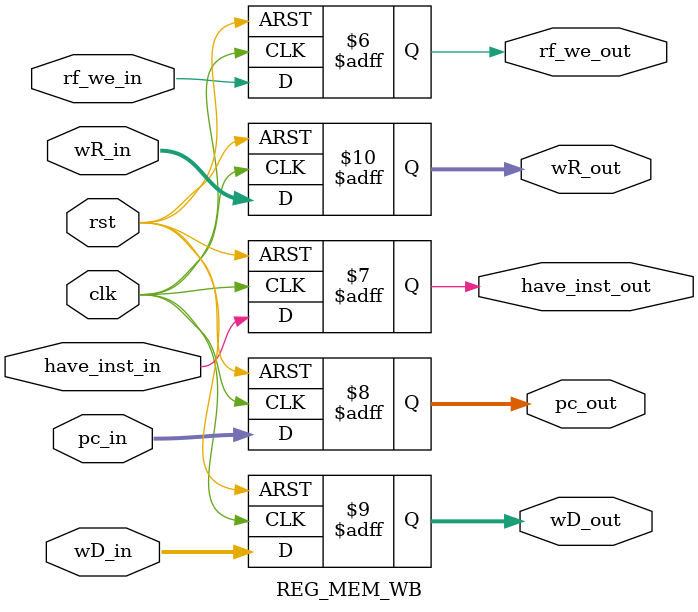
<source format=v>
module REG_MEM_WB (
    input wire        clk,
    input wire        rst,  
    
    //数据信号
    input wire [4 :0] wR_in,
    input wire [31:0] wD_in,
    input wire [31:0] pc_in,
    input wire        have_inst_in,

    output reg [4 :0] wR_out,
    output reg [31:0] wD_out,
    output reg [31:0] pc_out,
    output reg        have_inst_out,

    //控制信号
    input wire        rf_we_in,
    output reg        rf_we_out
);

    //数据信号寄存
    always @ (posedge clk or posedge rst) begin
        if(rst)      wR_out <= 5'b0;
        else         wR_out <= wR_in;
    end

    always @ (posedge clk or posedge rst) begin
        if(rst)      wD_out <= 32'b0;
        else         wD_out <= wD_in;
    end

    always @ (posedge clk or posedge rst) begin
        if(rst)      pc_out <= 32'b0;
        else         pc_out <= pc_in;
    end

    always @(posedge clk or posedge rst) begin
        if(rst)      have_inst_out <= 1'b0;
        else         have_inst_out <= have_inst_in;
    end

    //控制信号寄存
    always @ (posedge clk or posedge rst) begin
        if(rst)      rf_we_out <= 1'b0;
        else         rf_we_out <= rf_we_in;
    end

endmodule
</source>
